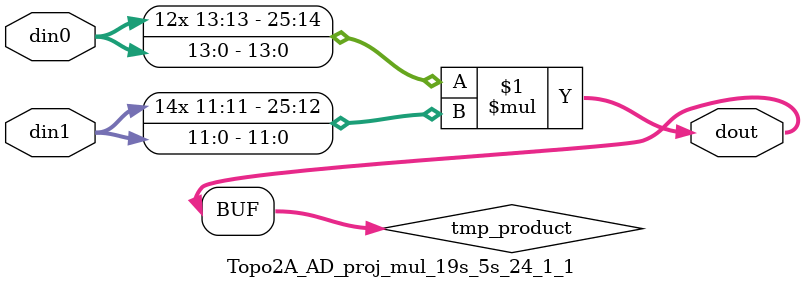
<source format=v>

`timescale 1 ns / 1 ps

 (* use_dsp = "no" *)  module Topo2A_AD_proj_mul_19s_5s_24_1_1(din0, din1, dout);
parameter ID = 1;
parameter NUM_STAGE = 0;
parameter din0_WIDTH = 14;
parameter din1_WIDTH = 12;
parameter dout_WIDTH = 26;

input [din0_WIDTH - 1 : 0] din0; 
input [din1_WIDTH - 1 : 0] din1; 
output [dout_WIDTH - 1 : 0] dout;

wire signed [dout_WIDTH - 1 : 0] tmp_product;



























assign tmp_product = $signed(din0) * $signed(din1);








assign dout = tmp_product;





















endmodule

</source>
